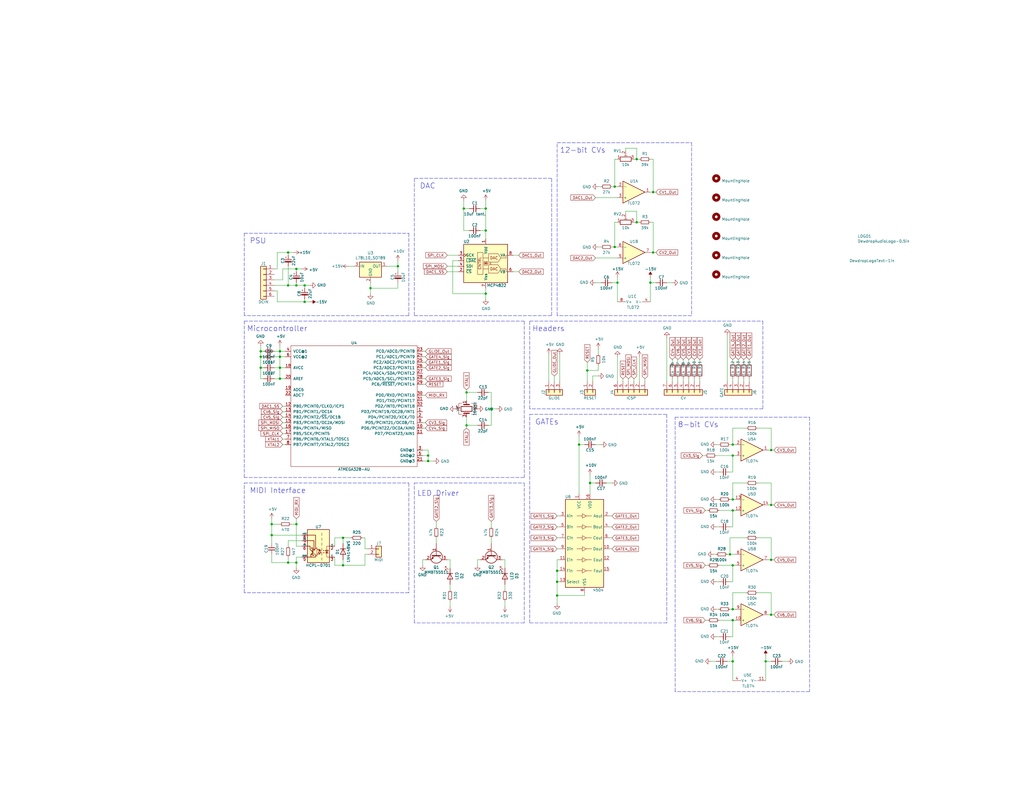
<source format=kicad_sch>
(kicad_sch (version 20211123) (generator eeschema)
  (paper "User" 473.888 368.325)
  (junction (at 356.87 208.28))
  (junction (at 120.65 165.1))
  (junction (at 198.12 210.82))
  (junction (at 133.35 116.84))
  (junction (at 339.09 236.22))
  (junction (at 137.16 132.08))
  (junction (at 198.12 213.36))
  (junction (at 214.63 96.52))
  (junction (at 129.54 162.56))
  (junction (at 140.97 139.7))
  (junction (at 302.26 116.84))
  (junction (at 294.64 73.66))
  (junction (at 267.97 205.74))
  (junction (at 224.79 106.68))
  (junction (at 158.75 261.62))
  (junction (at 339.09 205.74))
  (junction (at 300.99 130.81))
  (junction (at 120.65 162.56))
  (junction (at 125.73 247.65))
  (junction (at 284.48 114.3))
  (junction (at 129.54 170.18))
  (junction (at 339.09 287.02))
  (junction (at 171.45 133.35))
  (junction (at 184.15 123.19))
  (junction (at 257.81 269.24))
  (junction (at 339.09 306.07))
  (junction (at 337.82 256.54))
  (junction (at 129.54 165.1))
  (junction (at 224.79 135.89))
  (junction (at 285.75 130.81))
  (junction (at 294.64 102.87))
  (junction (at 137.16 124.46))
  (junction (at 339.09 261.62))
  (junction (at 227.33 189.23))
  (junction (at 356.87 259.08))
  (junction (at 215.9 196.85))
  (junction (at 257.81 264.16))
  (junction (at 224.79 96.52))
  (junction (at 137.16 242.57))
  (junction (at 273.05 223.52))
  (junction (at 284.48 86.36))
  (junction (at 339.09 231.14))
  (junction (at 354.33 306.07))
  (junction (at 120.65 170.18))
  (junction (at 129.54 175.26))
  (junction (at 133.35 132.08))
  (junction (at 356.87 233.68))
  (junction (at 339.09 281.94))
  (junction (at 137.16 260.35))
  (junction (at 302.26 88.9))
  (junction (at 215.9 181.61))
  (junction (at 356.87 284.48))
  (junction (at 133.35 260.35))
  (junction (at 271.78 171.45))
  (junction (at 339.09 210.82))
  (junction (at 257.81 275.59))
  (junction (at 158.75 248.92))
  (junction (at 125.73 242.57))
  (junction (at 140.97 132.08))
  (wire (pts (xy 267.97 205.74) (xy 267.97 228.6)))
  (wire (pts (xy 120.65 160.02) (xy 120.65 162.56)))
  (wire (pts (xy 137.16 124.46) (xy 137.16 125.73)))
  (polyline (pts (xy 308.61 288.29) (xy 245.11 288.29)))
  (wire (pts (xy 128.27 139.7) (xy 140.97 139.7)))
  (wire (pts (xy 332.74 287.02) (xy 339.09 287.02)))
  (wire (pts (xy 137.16 262.89) (xy 137.16 260.35)))
  (wire (pts (xy 331.47 205.74) (xy 332.74 205.74)))
  (wire (pts (xy 132.08 193.04) (xy 130.81 193.04)))
  (wire (pts (xy 140.97 138.43) (xy 140.97 139.7)))
  (wire (pts (xy 293.37 73.66) (xy 294.64 73.66)))
  (wire (pts (xy 130.81 129.54) (xy 130.81 124.46)))
  (wire (pts (xy 356.87 284.48) (xy 356.87 274.32)))
  (wire (pts (xy 139.7 257.81) (xy 137.16 257.81)))
  (wire (pts (xy 337.82 231.14) (xy 339.09 231.14)))
  (wire (pts (xy 127 170.18) (xy 129.54 170.18)))
  (wire (pts (xy 350.52 198.12) (xy 356.87 198.12)))
  (wire (pts (xy 168.91 254) (xy 168.91 248.92)))
  (wire (pts (xy 321.31 175.26) (xy 321.31 176.53)))
  (wire (pts (xy 294.64 102.87) (xy 295.91 102.87)))
  (wire (pts (xy 129.54 165.1) (xy 132.08 165.1)))
  (wire (pts (xy 294.64 68.58) (xy 289.56 68.58)))
  (polyline (pts (xy 257.81 66.04) (xy 320.04 66.04)))
  (wire (pts (xy 129.54 162.56) (xy 132.08 162.56)))
  (wire (pts (xy 184.15 125.73) (xy 184.15 123.19)))
  (wire (pts (xy 283.21 86.36) (xy 284.48 86.36)))
  (wire (pts (xy 281.94 248.92) (xy 283.21 248.92)))
  (wire (pts (xy 270.51 274.32) (xy 270.51 275.59)))
  (polyline (pts (xy 113.03 223.52) (xy 189.23 223.52)))
  (polyline (pts (xy 191.77 146.05) (xy 255.27 146.05)))
  (wire (pts (xy 275.59 205.74) (xy 278.13 205.74)))
  (wire (pts (xy 198.12 210.82) (xy 195.58 210.82)))
  (wire (pts (xy 356.87 284.48) (xy 358.14 284.48)))
  (wire (pts (xy 240.03 118.11) (xy 237.49 118.11)))
  (wire (pts (xy 311.15 175.26) (xy 311.15 176.53)))
  (wire (pts (xy 302.26 116.84) (xy 300.99 116.84)))
  (wire (pts (xy 133.35 250.19) (xy 139.7 250.19)))
  (wire (pts (xy 154.94 261.62) (xy 154.94 257.81)))
  (wire (pts (xy 257.81 238.76) (xy 259.08 238.76)))
  (polyline (pts (xy 353.06 148.59) (xy 353.06 189.23)))
  (wire (pts (xy 339.09 287.02) (xy 340.36 287.02)))
  (wire (pts (xy 289.56 68.58) (xy 289.56 69.85)))
  (wire (pts (xy 336.55 306.07) (xy 339.09 306.07)))
  (wire (pts (xy 270.51 205.74) (xy 267.97 205.74)))
  (wire (pts (xy 274.32 173.99) (xy 276.86 173.99)))
  (wire (pts (xy 331.47 294.64) (xy 332.74 294.64)))
  (wire (pts (xy 134.62 242.57) (xy 137.16 242.57)))
  (wire (pts (xy 323.85 175.26) (xy 323.85 176.53)))
  (wire (pts (xy 224.79 106.68) (xy 224.79 110.49)))
  (wire (pts (xy 356.87 208.28) (xy 356.87 198.12)))
  (wire (pts (xy 339.09 269.24) (xy 339.09 261.62)))
  (wire (pts (xy 129.54 165.1) (xy 129.54 170.18)))
  (wire (pts (xy 207.01 125.73) (xy 212.09 125.73)))
  (wire (pts (xy 168.91 248.92) (xy 167.64 248.92)))
  (wire (pts (xy 233.68 278.13) (xy 233.68 280.67)))
  (wire (pts (xy 240.03 125.73) (xy 237.49 125.73)))
  (polyline (pts (xy 312.42 320.04) (xy 312.42 193.04)))
  (wire (pts (xy 137.16 132.08) (xy 140.97 132.08)))
  (wire (pts (xy 127 124.46) (xy 128.27 124.46)))
  (wire (pts (xy 318.77 175.26) (xy 318.77 176.53)))
  (wire (pts (xy 220.98 259.08) (xy 222.25 259.08)))
  (wire (pts (xy 201.93 248.92) (xy 201.93 251.46)))
  (wire (pts (xy 257.81 275.59) (xy 257.81 269.24)))
  (wire (pts (xy 337.82 218.44) (xy 339.09 218.44)))
  (wire (pts (xy 132.08 195.58) (xy 130.81 195.58)))
  (wire (pts (xy 274.32 173.99) (xy 274.32 176.53)))
  (wire (pts (xy 340.36 281.94) (xy 339.09 281.94)))
  (wire (pts (xy 318.77 166.37) (xy 318.77 167.64)))
  (wire (pts (xy 356.87 259.08) (xy 358.14 259.08)))
  (wire (pts (xy 214.63 96.52) (xy 217.17 96.52)))
  (wire (pts (xy 125.73 242.57) (xy 125.73 247.65)))
  (wire (pts (xy 127 162.56) (xy 129.54 162.56)))
  (wire (pts (xy 331.47 281.94) (xy 332.74 281.94)))
  (polyline (pts (xy 242.57 148.59) (xy 242.57 220.98)))
  (wire (pts (xy 254 163.83) (xy 254 176.53)))
  (wire (pts (xy 220.98 259.08) (xy 220.98 261.62)))
  (wire (pts (xy 227.33 181.61) (xy 227.33 189.23)))
  (wire (pts (xy 195.58 177.8) (xy 196.85 177.8)))
  (wire (pts (xy 257.81 243.84) (xy 259.08 243.84)))
  (wire (pts (xy 331.47 231.14) (xy 332.74 231.14)))
  (wire (pts (xy 209.55 135.89) (xy 209.55 120.65)))
  (polyline (pts (xy 113.03 107.95) (xy 189.23 107.95)))
  (wire (pts (xy 168.91 256.54) (xy 170.18 256.54)))
  (polyline (pts (xy 255.27 146.05) (xy 255.27 82.55)))
  (wire (pts (xy 271.78 171.45) (xy 271.78 167.64)))
  (wire (pts (xy 355.6 208.28) (xy 356.87 208.28)))
  (wire (pts (xy 332.74 236.22) (xy 339.09 236.22)))
  (wire (pts (xy 130.81 124.46) (xy 137.16 124.46)))
  (wire (pts (xy 214.63 96.52) (xy 214.63 106.68)))
  (wire (pts (xy 332.74 261.62) (xy 339.09 261.62)))
  (wire (pts (xy 133.35 116.84) (xy 135.89 116.84)))
  (wire (pts (xy 133.35 257.81) (xy 133.35 260.35)))
  (wire (pts (xy 356.87 284.48) (xy 355.6 284.48)))
  (wire (pts (xy 356.87 233.68) (xy 358.14 233.68)))
  (wire (pts (xy 288.29 175.26) (xy 288.29 176.53)))
  (wire (pts (xy 344.17 175.26) (xy 344.17 176.53)))
  (polyline (pts (xy 189.23 274.32) (xy 113.03 274.32)))
  (wire (pts (xy 224.79 135.89) (xy 224.79 133.35)))
  (polyline (pts (xy 242.57 288.29) (xy 191.77 288.29)))
  (wire (pts (xy 120.65 162.56) (xy 121.92 162.56)))
  (wire (pts (xy 290.83 175.26) (xy 290.83 176.53)))
  (wire (pts (xy 137.16 130.81) (xy 137.16 132.08)))
  (polyline (pts (xy 245.11 288.29) (xy 245.11 191.77)))
  (wire (pts (xy 215.9 181.61) (xy 220.98 181.61)))
  (wire (pts (xy 308.61 156.21) (xy 308.61 176.53)))
  (wire (pts (xy 281.94 238.76) (xy 283.21 238.76)))
  (wire (pts (xy 331.47 306.07) (xy 328.93 306.07)))
  (polyline (pts (xy 189.23 107.95) (xy 189.23 146.05)))
  (wire (pts (xy 184.15 123.19) (xy 179.07 123.19)))
  (wire (pts (xy 336.55 256.54) (xy 337.82 256.54)))
  (wire (pts (xy 293.37 175.26) (xy 293.37 176.53)))
  (wire (pts (xy 331.47 269.24) (xy 332.74 269.24)))
  (polyline (pts (xy 189.23 146.05) (xy 113.03 146.05)))
  (wire (pts (xy 132.08 203.2) (xy 130.81 203.2)))
  (wire (pts (xy 273.05 219.71) (xy 273.05 223.52)))
  (wire (pts (xy 340.36 231.14) (xy 339.09 231.14)))
  (wire (pts (xy 158.75 259.08) (xy 158.75 261.62)))
  (wire (pts (xy 257.81 275.59) (xy 257.81 279.4)))
  (wire (pts (xy 257.81 269.24) (xy 257.81 264.16)))
  (wire (pts (xy 195.58 198.12) (xy 196.85 198.12)))
  (wire (pts (xy 323.85 166.37) (xy 323.85 167.64)))
  (wire (pts (xy 285.75 102.87) (xy 284.48 102.87)))
  (wire (pts (xy 168.91 261.62) (xy 168.91 256.54)))
  (wire (pts (xy 340.36 256.54) (xy 337.82 256.54)))
  (wire (pts (xy 214.63 106.68) (xy 217.17 106.68)))
  (wire (pts (xy 339.09 306.07) (xy 339.09 314.96)))
  (wire (pts (xy 346.71 166.37) (xy 346.71 167.64)))
  (wire (pts (xy 280.67 223.52) (xy 283.21 223.52)))
  (wire (pts (xy 354.33 303.53) (xy 354.33 306.07)))
  (wire (pts (xy 127 129.54) (xy 130.81 129.54)))
  (wire (pts (xy 337.82 205.74) (xy 339.09 205.74)))
  (wire (pts (xy 273.05 223.52) (xy 273.05 228.6)))
  (wire (pts (xy 198.12 213.36) (xy 198.12 210.82)))
  (polyline (pts (xy 191.77 288.29) (xy 191.77 223.52)))
  (wire (pts (xy 158.75 248.92) (xy 162.56 248.92)))
  (wire (pts (xy 364.49 306.07) (xy 361.95 306.07)))
  (wire (pts (xy 300.99 130.81) (xy 300.99 139.7)))
  (wire (pts (xy 350.52 274.32) (xy 356.87 274.32)))
  (wire (pts (xy 356.87 233.68) (xy 356.87 223.52)))
  (polyline (pts (xy 245.11 189.23) (xy 245.11 148.59)))
  (wire (pts (xy 132.08 198.12) (xy 130.81 198.12)))
  (polyline (pts (xy 189.23 223.52) (xy 189.23 274.32)))
  (wire (pts (xy 302.26 102.87) (xy 302.26 116.84)))
  (wire (pts (xy 339.09 231.14) (xy 339.09 223.52)))
  (wire (pts (xy 120.65 165.1) (xy 120.65 170.18)))
  (wire (pts (xy 132.08 205.74) (xy 130.81 205.74)))
  (wire (pts (xy 215.9 193.04) (xy 215.9 196.85)))
  (wire (pts (xy 303.53 116.84) (xy 302.26 116.84)))
  (wire (pts (xy 132.08 200.66) (xy 130.81 200.66)))
  (wire (pts (xy 337.82 294.64) (xy 339.09 294.64)))
  (wire (pts (xy 195.58 213.36) (xy 198.12 213.36)))
  (wire (pts (xy 275.59 91.44) (xy 285.75 91.44)))
  (wire (pts (xy 120.65 165.1) (xy 121.92 165.1)))
  (wire (pts (xy 120.65 162.56) (xy 120.65 165.1)))
  (wire (pts (xy 300.99 102.87) (xy 302.26 102.87)))
  (wire (pts (xy 215.9 181.61) (xy 215.9 180.34)))
  (wire (pts (xy 127 134.62) (xy 128.27 134.62)))
  (wire (pts (xy 339.09 175.26) (xy 339.09 176.53)))
  (wire (pts (xy 140.97 132.08) (xy 140.97 133.35)))
  (wire (pts (xy 127 175.26) (xy 129.54 175.26)))
  (wire (pts (xy 208.28 278.13) (xy 208.28 280.67)))
  (wire (pts (xy 201.93 241.3) (xy 201.93 243.84)))
  (wire (pts (xy 339.09 243.84) (xy 337.82 243.84)))
  (wire (pts (xy 184.15 120.65) (xy 184.15 123.19)))
  (wire (pts (xy 125.73 247.65) (xy 139.7 247.65)))
  (wire (pts (xy 257.81 254) (xy 259.08 254)))
  (wire (pts (xy 207.01 118.11) (xy 212.09 118.11)))
  (wire (pts (xy 227.33 196.85) (xy 226.06 196.85)))
  (polyline (pts (xy 242.57 223.52) (xy 242.57 288.29)))
  (wire (pts (xy 132.08 190.5) (xy 130.81 190.5)))
  (wire (pts (xy 137.16 252.73) (xy 139.7 252.73)))
  (wire (pts (xy 224.79 135.89) (xy 209.55 135.89)))
  (wire (pts (xy 346.71 175.26) (xy 346.71 176.53)))
  (wire (pts (xy 227.33 248.92) (xy 227.33 251.46)))
  (wire (pts (xy 293.37 102.87) (xy 294.64 102.87)))
  (wire (pts (xy 161.29 123.19) (xy 163.83 123.19)))
  (wire (pts (xy 125.73 247.65) (xy 125.73 251.46)))
  (wire (pts (xy 281.94 243.84) (xy 283.21 243.84)))
  (wire (pts (xy 336.55 154.94) (xy 336.55 176.53)))
  (polyline (pts (xy 191.77 82.55) (xy 191.77 146.05)))
  (wire (pts (xy 195.58 165.1) (xy 196.85 165.1)))
  (wire (pts (xy 294.64 73.66) (xy 295.91 73.66)))
  (wire (pts (xy 313.69 166.37) (xy 313.69 167.64)))
  (wire (pts (xy 129.54 162.56) (xy 129.54 165.1)))
  (wire (pts (xy 337.82 281.94) (xy 339.09 281.94)))
  (wire (pts (xy 129.54 170.18) (xy 132.08 170.18)))
  (wire (pts (xy 316.23 175.26) (xy 316.23 176.53)))
  (wire (pts (xy 281.94 254) (xy 283.21 254)))
  (wire (pts (xy 294.64 102.87) (xy 294.64 97.79)))
  (wire (pts (xy 271.78 176.53) (xy 271.78 171.45)))
  (wire (pts (xy 257.81 269.24) (xy 259.08 269.24)))
  (wire (pts (xy 337.82 256.54) (xy 337.82 248.92)))
  (wire (pts (xy 184.15 133.35) (xy 184.15 130.81)))
  (wire (pts (xy 259.08 163.83) (xy 259.08 176.53)))
  (wire (pts (xy 339.09 261.62) (xy 340.36 261.62)))
  (polyline (pts (xy 374.65 320.04) (xy 312.42 320.04)))
  (wire (pts (xy 257.81 264.16) (xy 257.81 259.08)))
  (wire (pts (xy 128.27 124.46) (xy 128.27 116.84)))
  (wire (pts (xy 356.87 259.08) (xy 356.87 248.92)))
  (wire (pts (xy 294.64 73.66) (xy 294.64 68.58)))
  (wire (pts (xy 195.58 162.56) (xy 196.85 162.56)))
  (wire (pts (xy 215.9 196.85) (xy 220.98 196.85)))
  (wire (pts (xy 284.48 73.66) (xy 284.48 86.36)))
  (polyline (pts (xy 257.81 146.05) (xy 257.81 66.04)))
  (wire (pts (xy 224.79 96.52) (xy 224.79 106.68)))
  (wire (pts (xy 227.33 189.23) (xy 229.87 189.23)))
  (wire (pts (xy 195.58 195.58) (xy 196.85 195.58)))
  (wire (pts (xy 171.45 135.89) (xy 171.45 133.35)))
  (wire (pts (xy 344.17 166.37) (xy 344.17 167.64)))
  (wire (pts (xy 339.09 281.94) (xy 339.09 274.32)))
  (wire (pts (xy 341.63 175.26) (xy 341.63 176.53)))
  (wire (pts (xy 325.12 210.82) (xy 326.39 210.82)))
  (wire (pts (xy 339.09 166.37) (xy 339.09 167.64)))
  (wire (pts (xy 120.65 175.26) (xy 121.92 175.26)))
  (wire (pts (xy 198.12 208.28) (xy 195.58 208.28)))
  (wire (pts (xy 133.35 260.35) (xy 137.16 260.35)))
  (wire (pts (xy 200.66 213.36) (xy 198.12 213.36)))
  (polyline (pts (xy 245.11 191.77) (xy 308.61 191.77)))
  (wire (pts (xy 311.15 130.81) (xy 308.61 130.81)))
  (wire (pts (xy 233.68 270.51) (xy 233.68 273.05)))
  (wire (pts (xy 158.75 261.62) (xy 168.91 261.62)))
  (wire (pts (xy 158.75 261.62) (xy 154.94 261.62)))
  (wire (pts (xy 195.58 259.08) (xy 195.58 261.62)))
  (wire (pts (xy 133.35 132.08) (xy 137.16 132.08)))
  (wire (pts (xy 128.27 116.84) (xy 133.35 116.84)))
  (wire (pts (xy 285.75 130.81) (xy 285.75 139.7)))
  (wire (pts (xy 129.54 170.18) (xy 129.54 175.26)))
  (wire (pts (xy 133.35 250.19) (xy 133.35 252.73)))
  (wire (pts (xy 120.65 170.18) (xy 120.65 175.26)))
  (wire (pts (xy 195.58 182.88) (xy 196.85 182.88)))
  (wire (pts (xy 158.75 248.92) (xy 158.75 251.46)))
  (wire (pts (xy 339.09 223.52) (xy 345.44 223.52)))
  (wire (pts (xy 259.08 264.16) (xy 257.81 264.16)))
  (wire (pts (xy 331.47 243.84) (xy 332.74 243.84)))
  (polyline (pts (xy 320.04 66.04) (xy 320.04 146.05)))
  (polyline (pts (xy 113.03 146.05) (xy 113.03 107.95)))
  (wire (pts (xy 170.18 254) (xy 168.91 254)))
  (wire (pts (xy 256.54 176.53) (xy 256.54 173.99)))
  (polyline (pts (xy 320.04 146.05) (xy 257.81 146.05)))
  (wire (pts (xy 340.36 205.74) (xy 339.09 205.74)))
  (wire (pts (xy 125.73 242.57) (xy 129.54 242.57)))
  (wire (pts (xy 298.45 175.26) (xy 298.45 176.53)))
  (wire (pts (xy 356.87 306.07) (xy 354.33 306.07)))
  (wire (pts (xy 125.73 256.54) (xy 125.73 260.35)))
  (wire (pts (xy 276.86 163.83) (xy 276.86 161.29)))
  (wire (pts (xy 326.39 236.22) (xy 327.66 236.22)))
  (wire (pts (xy 270.51 275.59) (xy 257.81 275.59)))
  (wire (pts (xy 326.39 261.62) (xy 327.66 261.62)))
  (wire (pts (xy 303.53 88.9) (xy 302.26 88.9)))
  (wire (pts (xy 284.48 114.3) (xy 285.75 114.3)))
  (wire (pts (xy 337.82 248.92) (xy 345.44 248.92)))
  (wire (pts (xy 339.09 294.64) (xy 339.09 287.02)))
  (wire (pts (xy 356.87 259.08) (xy 355.6 259.08)))
  (wire (pts (xy 285.75 73.66) (xy 284.48 73.66)))
  (wire (pts (xy 195.58 175.26) (xy 196.85 175.26)))
  (polyline (pts (xy 255.27 82.55) (xy 191.77 82.55)))
  (wire (pts (xy 294.64 97.79) (xy 289.56 97.79)))
  (wire (pts (xy 120.65 170.18) (xy 121.92 170.18)))
  (wire (pts (xy 227.33 241.3) (xy 227.33 243.84)))
  (wire (pts (xy 321.31 166.37) (xy 321.31 167.64)))
  (wire (pts (xy 339.09 210.82) (xy 340.36 210.82)))
  (wire (pts (xy 331.47 210.82) (xy 339.09 210.82)))
  (wire (pts (xy 339.09 198.12) (xy 345.44 198.12)))
  (polyline (pts (xy 312.42 193.04) (xy 374.65 193.04)))
  (wire (pts (xy 233.68 259.08) (xy 233.68 262.89)))
  (wire (pts (xy 257.81 248.92) (xy 259.08 248.92)))
  (wire (pts (xy 207.01 123.19) (xy 212.09 123.19)))
  (wire (pts (xy 339.09 236.22) (xy 340.36 236.22)))
  (wire (pts (xy 140.97 139.7) (xy 143.51 139.7)))
  (wire (pts (xy 316.23 166.37) (xy 316.23 167.64)))
  (wire (pts (xy 128.27 134.62) (xy 128.27 139.7)))
  (wire (pts (xy 133.35 123.19) (xy 133.35 132.08)))
  (wire (pts (xy 215.9 181.61) (xy 215.9 185.42)))
  (wire (pts (xy 285.75 128.27) (xy 285.75 130.81)))
  (wire (pts (xy 209.55 120.65) (xy 212.09 120.65)))
  (wire (pts (xy 224.79 138.43) (xy 224.79 135.89)))
  (wire (pts (xy 354.33 306.07) (xy 354.33 314.96)))
  (wire (pts (xy 302.26 73.66) (xy 302.26 88.9)))
  (wire (pts (xy 330.2 256.54) (xy 331.47 256.54)))
  (wire (pts (xy 137.16 124.46) (xy 139.7 124.46)))
  (wire (pts (xy 171.45 133.35) (xy 171.45 130.81)))
  (wire (pts (xy 285.75 130.81) (xy 283.21 130.81)))
  (wire (pts (xy 132.08 187.96) (xy 130.81 187.96)))
  (wire (pts (xy 208.28 259.08) (xy 207.01 259.08)))
  (wire (pts (xy 278.13 86.36) (xy 276.86 86.36)))
  (wire (pts (xy 295.91 165.1) (xy 295.91 176.53)))
  (wire (pts (xy 276.86 171.45) (xy 276.86 168.91)))
  (wire (pts (xy 215.9 196.85) (xy 215.9 198.12)))
  (wire (pts (xy 208.28 270.51) (xy 208.28 273.05)))
  (polyline (pts (xy 353.06 189.23) (xy 245.11 189.23)))
  (wire (pts (xy 137.16 240.03) (xy 137.16 242.57)))
  (wire (pts (xy 313.69 175.26) (xy 313.69 176.53)))
  (wire (pts (xy 208.28 259.08) (xy 208.28 262.89)))
  (wire (pts (xy 358.14 208.28) (xy 356.87 208.28)))
  (wire (pts (xy 214.63 92.71) (xy 214.63 96.52)))
  (polyline (pts (xy 191.77 223.52) (xy 242.57 223.52)))
  (polyline (pts (xy 308.61 191.77) (xy 308.61 288.29)))
  (wire (pts (xy 195.58 170.18) (xy 196.85 170.18)))
  (wire (pts (xy 300.99 130.81) (xy 303.53 130.81)))
  (wire (pts (xy 271.78 171.45) (xy 276.86 171.45)))
  (wire (pts (xy 227.33 189.23) (xy 227.33 196.85)))
  (wire (pts (xy 224.79 92.71) (xy 224.79 96.52)))
  (wire (pts (xy 171.45 133.35) (xy 184.15 133.35)))
  (wire (pts (xy 284.48 102.87) (xy 284.48 114.3)))
  (wire (pts (xy 339.09 274.32) (xy 345.44 274.32)))
  (wire (pts (xy 233.68 259.08) (xy 232.41 259.08)))
  (wire (pts (xy 302.26 88.9) (xy 300.99 88.9)))
  (wire (pts (xy 278.13 130.81) (xy 275.59 130.81)))
  (wire (pts (xy 339.09 205.74) (xy 339.09 198.12)))
  (wire (pts (xy 154.94 252.73) (xy 154.94 248.92)))
  (wire (pts (xy 350.52 248.92) (xy 356.87 248.92)))
  (wire (pts (xy 289.56 97.79) (xy 289.56 99.06)))
  (wire (pts (xy 140.97 132.08) (xy 143.51 132.08)))
  (wire (pts (xy 154.94 248.92) (xy 158.75 248.92)))
  (wire (pts (xy 337.82 269.24) (xy 339.09 269.24)))
  (wire (pts (xy 195.58 167.64) (xy 196.85 167.64)))
  (wire (pts (xy 339.09 243.84) (xy 339.09 236.22)))
  (wire (pts (xy 137.16 242.57) (xy 137.16 252.73)))
  (wire (pts (xy 125.73 240.03) (xy 125.73 242.57)))
  (wire (pts (xy 133.35 116.84) (xy 133.35 118.11)))
  (wire (pts (xy 311.15 166.37) (xy 311.15 167.64)))
  (wire (pts (xy 222.25 96.52) (xy 224.79 96.52)))
  (wire (pts (xy 341.63 166.37) (xy 341.63 167.64)))
  (wire (pts (xy 222.25 106.68) (xy 224.79 106.68)))
  (wire (pts (xy 195.58 259.08) (xy 196.85 259.08)))
  (wire (pts (xy 331.47 218.44) (xy 332.74 218.44)))
  (wire (pts (xy 284.48 86.36) (xy 285.75 86.36)))
  (wire (pts (xy 300.99 73.66) (xy 302.26 73.66)))
  (wire (pts (xy 350.52 223.52) (xy 356.87 223.52)))
  (wire (pts (xy 129.54 162.56) (xy 129.54 160.02)))
  (wire (pts (xy 137.16 257.81) (xy 137.16 260.35)))
  (wire (pts (xy 356.87 233.68) (xy 355.6 233.68)))
  (wire (pts (xy 339.09 218.44) (xy 339.09 210.82)))
  (wire (pts (xy 283.21 114.3) (xy 284.48 114.3)))
  (wire (pts (xy 275.59 119.38) (xy 285.75 119.38)))
  (polyline (pts (xy 113.03 220.98) (xy 113.03 148.59)))
  (wire (pts (xy 226.06 181.61) (xy 227.33 181.61)))
  (wire (pts (xy 285.75 176.53) (xy 285.75 165.1)))
  (wire (pts (xy 275.59 223.52) (xy 273.05 223.52)))
  (wire (pts (xy 257.81 259.08) (xy 259.08 259.08)))
  (polyline (pts (xy 113.03 148.59) (xy 242.57 148.59)))
  (wire (pts (xy 127 132.08) (xy 133.35 132.08)))
  (polyline (pts (xy 245.11 148.59) (xy 353.06 148.59)))
  (polyline (pts (xy 242.57 220.98) (xy 113.03 220.98)))
  (wire (pts (xy 129.54 175.26) (xy 132.08 175.26)))
  (wire (pts (xy 300.99 128.27) (xy 300.99 130.81)))
  (wire (pts (xy 198.12 210.82) (xy 198.12 208.28)))
  (wire (pts (xy 339.09 303.53) (xy 339.09 306.07)))
  (wire (pts (xy 326.39 287.02) (xy 327.66 287.02)))
  (polyline (pts (xy 113.03 274.32) (xy 113.03 223.52)))
  (wire (pts (xy 127 165.1) (xy 129.54 165.1)))
  (polyline (pts (xy 374.65 193.04) (xy 374.65 320.04)))
  (wire (pts (xy 267.97 201.93) (xy 267.97 205.74)))
  (wire (pts (xy 125.73 260.35) (xy 133.35 260.35)))
  (wire (pts (xy 276.86 114.3) (xy 278.13 114.3)))
  (text "Headers" (at 246.38 153.67 0) (effects (font (size 2.4638 2.4638)) (justify left bottom)))
  (text "8-bit CVs" (at 313.69 198.12 0) (effects (font (size 2.4638 2.4638)) (justify left bottom)))
  (text "Microcontroller" (at 114.3 153.67 0) (effects (font (size 2.4638 2.4638)) (justify left bottom)))
  (text "GATEs" (at 247.65 196.85 0) (effects (font (size 2.4638 2.4638)) (justify left bottom)))
  (text "DAC" (at 194.31 87.63 0) (effects (font (size 2.4638 2.4638)) (justify left bottom)))
  (text "LED Driver" (at 193.04 229.87 0) (effects (font (size 2.4638 2.4638)) (justify left bottom)))
  (text "12-bit CVs" (at 259.08 71.12 0) (effects (font (size 2.4638 2.4638)) (justify left bottom)))
  (text "MIDI Interface" (at 115.57 228.6 0) (effects (font (size 2.4638 2.4638)) (justify left bottom)))
  (text "PSU" (at 115.57 113.03 0) (effects (font (size 2.4638 2.4638)) (justify left bottom)))
  (global_label "DAC1_SS" (shape input) (at 207.01 125.73 180) (property "Intersheet References" "${INTERSHEET_REFS}" (effects hide)))
  (global_label "CV4_Out" (shape input) (at 358.14 233.68 0) (property "Intersheet References" "${INTERSHEET_REFS}" (effects hide)))
  (global_label "MIDI_RX" (shape input) (at 137.16 240.03 90) (property "Intersheet References" "${INTERSHEET_REFS}" (effects hide)))
  (global_label "CV1_Out" (shape input) (at 323.85 166.37 90) (property "Intersheet References" "${INTERSHEET_REFS}" (effects hide)))
  (global_label "GATE4_Out" (shape input) (at 339.09 166.37 90) (property "Intersheet References" "${INTERSHEET_REFS}" (effects hide)))
  (global_label "GATE2_Sig" (shape input) (at 257.81 243.84 180) (property "Intersheet References" "${INTERSHEET_REFS}" (effects hide)))
  (global_label "GATE1_Sig" (shape input) (at 196.85 167.64 0) (property "Intersheet References" "${INTERSHEET_REFS}" (effects hide)))
  (global_label "CV5_Out" (shape input) (at 316.23 166.37 90) (property "Intersheet References" "${INTERSHEET_REFS}" (effects hide)))
  (global_label "CV2_Out" (shape input) (at 303.53 116.84 0) (property "Intersheet References" "${INTERSHEET_REFS}" (effects hide)))
  (global_label "CV3_Out" (shape input) (at 358.14 208.28 0) (property "Intersheet References" "${INTERSHEET_REFS}" (effects hide)))
  (global_label "CV2_Out" (shape input) (at 321.31 166.37 90) (property "Intersheet References" "${INTERSHEET_REFS}" (effects hide)))
  (global_label "CV1_Out" (shape input) (at 303.53 88.9 0) (property "Intersheet References" "${INTERSHEET_REFS}" (effects hide)))
  (global_label "GATE2_Sig" (shape input) (at 201.93 241.3 90) (property "Intersheet References" "${INTERSHEET_REFS}" (effects hide)))
  (global_label "CV6_Sig" (shape input) (at 130.81 190.5 180) (property "Intersheet References" "${INTERSHEET_REFS}" (effects hide)))
  (global_label "GATE2_Out" (shape input) (at 283.21 243.84 0) (property "Intersheet References" "${INTERSHEET_REFS}" (effects hide)))
  (global_label "SPI_CLK" (shape input) (at 293.37 175.26 90) (property "Intersheet References" "${INTERSHEET_REFS}" (effects hide)))
  (global_label "CV5_Sig" (shape input) (at 326.39 261.62 180) (property "Intersheet References" "${INTERSHEET_REFS}" (effects hide)))
  (global_label "GATE3_Sig" (shape input) (at 227.33 241.3 90) (property "Intersheet References" "${INTERSHEET_REFS}" (effects hide)))
  (global_label "CV5_Out" (shape input) (at 358.14 259.08 0) (property "Intersheet References" "${INTERSHEET_REFS}" (effects hide)))
  (global_label "SPI_MOSI" (shape input) (at 207.01 123.19 180) (property "Intersheet References" "${INTERSHEET_REFS}" (effects hide)))
  (global_label "SPI_CLK" (shape input) (at 130.81 200.66 180) (property "Intersheet References" "${INTERSHEET_REFS}" (effects hide)))
  (global_label "CV4_Out" (shape input) (at 311.15 166.37 90) (property "Intersheet References" "${INTERSHEET_REFS}" (effects hide)))
  (global_label "RESET" (shape input) (at 196.85 177.8 0) (property "Intersheet References" "${INTERSHEET_REFS}" (effects hide)))
  (global_label "DAC1_Out" (shape input) (at 240.03 118.11 0) (property "Intersheet References" "${INTERSHEET_REFS}" (effects hide)))
  (global_label "RESET" (shape input) (at 288.29 175.26 90) (property "Intersheet References" "${INTERSHEET_REFS}" (effects hide)))
  (global_label "GLIDE_Out" (shape input) (at 196.85 162.56 0) (property "Intersheet References" "${INTERSHEET_REFS}" (effects hide)))
  (global_label "XTAL2" (shape input) (at 215.9 198.12 270) (property "Intersheet References" "${INTERSHEET_REFS}" (effects hide)))
  (global_label "CV5_Sig" (shape input) (at 130.81 193.04 180) (property "Intersheet References" "${INTERSHEET_REFS}" (effects hide)))
  (global_label "GATE4_Out" (shape input) (at 283.21 254 0) (property "Intersheet References" "${INTERSHEET_REFS}" (effects hide)))
  (global_label "XTAL1" (shape input) (at 215.9 180.34 90) (property "Intersheet References" "${INTERSHEET_REFS}" (effects hide)))
  (global_label "GATE4_Sig" (shape input) (at 257.81 254 180) (property "Intersheet References" "${INTERSHEET_REFS}" (effects hide)))
  (global_label "SPI_MISO" (shape input) (at 130.81 198.12 180) (property "Intersheet References" "${INTERSHEET_REFS}" (effects hide)))
  (global_label "CV4_Sig" (shape input) (at 326.39 236.22 180) (property "Intersheet References" "${INTERSHEET_REFS}" (effects hide)))
  (global_label "GATE3_Out" (shape input) (at 341.63 166.37 90) (property "Intersheet References" "${INTERSHEET_REFS}" (effects hide)))
  (global_label "RESET" (shape input) (at 271.78 167.64 90) (property "Intersheet References" "${INTERSHEET_REFS}" (effects hide)))
  (global_label "CV3_Sig" (shape input) (at 196.85 195.58 0) (property "Intersheet References" "${INTERSHEET_REFS}" (effects hide)))
  (global_label "SPI_MOSI" (shape input) (at 290.83 175.26 90) (property "Intersheet References" "${INTERSHEET_REFS}" (effects hide)))
  (global_label "GATE2_Out" (shape input) (at 344.17 166.37 90) (property "Intersheet References" "${INTERSHEET_REFS}" (effects hide)))
  (global_label "GATE3_Out" (shape input) (at 283.21 248.92 0) (property "Intersheet References" "${INTERSHEET_REFS}" (effects hide)))
  (global_label "XTAL1" (shape input) (at 130.81 203.2 180) (property "Intersheet References" "${INTERSHEET_REFS}" (effects hide)))
  (global_label "DAC2_Out" (shape input) (at 240.03 125.73 0) (property "Intersheet References" "${INTERSHEET_REFS}" (effects hide)))
  (global_label "GLIDE_Out" (shape input) (at 256.54 173.99 90) (property "Intersheet References" "${INTERSHEET_REFS}" (effects hide)))
  (global_label "GATE3_Sig" (shape input) (at 257.81 248.92 180) (property "Intersheet References" "${INTERSHEET_REFS}" (effects hide)))
  (global_label "CV6_Out" (shape input) (at 358.14 284.48 0) (property "Intersheet References" "${INTERSHEET_REFS}" (effects hide)))
  (global_label "DAC1_SS" (shape input) (at 130.81 187.96 180) (property "Intersheet References" "${INTERSHEET_REFS}" (effects hide)))
  (global_label "DAC2_Out" (shape input) (at 275.59 119.38 180) (property "Intersheet References" "${INTERSHEET_REFS}" (effects hide)))
  (global_label "SPI_MISO" (shape input) (at 298.45 175.26 90) (property "Intersheet References" "${INTERSHEET_REFS}" (effects hide)))
  (global_label "CV3_Sig" (shape input) (at 325.12 210.82 180) (property "Intersheet References" "${INTERSHEET_REFS}" (effects hide)))
  (global_label "CV4_Sig" (shape input) (at 196.85 198.12 0) (property "Intersheet References" "${INTERSHEET_REFS}" (effects hide)))
  (global_label "GATE3_Sig" (shape input) (at 196.85 175.26 0) (property "Intersheet References" "${INTERSHEET_REFS}" (effects hide)))
  (global_label "GATE2_Sig" (shape input) (at 196.85 170.18 0) (property "Intersheet References" "${INTERSHEET_REFS}" (effects hide)))
  (global_label "CV6_Out" (shape input) (at 313.69 166.37 90) (property "Intersheet References" "${INTERSHEET_REFS}" (effects hide)))
  (global_label "CV3_Out" (shape input) (at 318.77 166.37 90) (property "Intersheet References" "${INTERSHEET_REFS}" (effects hide)))
  (global_label "GATE1_Sig" (shape input) (at 257.81 238.76 180) (property "Intersheet References" "${INTERSHEET_REFS}" (effects hide)))
  (global_label "XTAL2" (shape input) (at 130.81 205.74 180) (property "Intersheet References" "${INTERSHEET_REFS}" (effects hide)))
  (global_label "SPI_MOSI" (shape input) (at 130.81 195.58 180) (property "Intersheet References" "${INTERSHEET_REFS}" (effects hide)))
  (global_label "DAC1_Out" (shape input) (at 275.59 91.44 180) (property "Intersheet References" "${INTERSHEET_REFS}" (effects hide)))
  (global_label "GATE4_Sig" (shape input) (at 196.85 165.1 0) (property "Intersheet References" "${INTERSHEET_REFS}" (effects hide)))
  (global_label "GATE1_Out" (shape input) (at 346.71 166.37 90) (property "Intersheet References" "${INTERSHEET_REFS}" (effects hide)))
  (global_label "GATE1_Out" (shape input) (at 283.21 238.76 0) (property "Intersheet References" "${INTERSHEET_REFS}" (effects hide)))
  (global_label "CV6_Sig" (shape input) (at 326.39 287.02 180) (property "Intersheet References" "${INTERSHEET_REFS}" (effects hide)))
  (global_label "SPI_CLK" (shape input) (at 207.01 118.11 180) (property "Intersheet References" "${INTERSHEET_REFS}" (effects hide)))
  (global_label "MIDI_RX" (shape input) (at 196.85 182.88 0) (property "Intersheet References" "${INTERSHEET_REFS}" (effects hide)))
  (symbol (lib_id "Device:C_Small") (at 223.52 196.85 270) (unit 1)
    (property "Reference" "C14" (at 223.52 194.31 90))
    (property "Value" "22pF" (at 223.52 199.39 90))
    (property "Footprint" "Capacitor_SMD:C_0402_1005Metric" (effects hide))
  )
  (symbol (lib_id "Device:C_Small") (at 125.73 254 0) (unit 1)
    (property "Reference" "C19" (at 123.19 254 90))
    (property "Value" "100nF" (at 128.27 254 90))
    (property "Footprint" "Capacitor_SMD:C_0603_1608Metric" (effects hide))
  )
  (symbol (lib_id "Device:R_Small") (at 165.1 248.92 270) (unit 1)
    (property "Reference" "R25" (at 165.1 246.38 90))
    (property "Value" "220" (at 165.1 251.46 90))
    (property "Footprint" "Resistor_SMD:R_0402_1005Metric" (effects hide))
  )
  (symbol (lib_id "4xxx:4504") (at 270.51 251.46 0) (unit 1)
    (property "Reference" "U6" (at 262.89 229.87 0))
    (property "Value" "4504" (at 276.86 273.05 0))
    (property "Footprint" "Package_SO:SOIC-16_3.9x9.9mm_P1.27mm" (effects hide))
    (property "Datasheet" "http://www.ti.com/lit/ds/symlink/cd4504b.pdf" (effects hide))
  )
  (symbol (lib_id "Isolator:HCPL-0601") (at 147.32 252.73 0) (mirror y) (unit 1)
    (property "Reference" "U7" (at 147.32 243.84 0))
    (property "Value" "HCPL-0701" (at 147.32 261.62 0))
    (property "Footprint" "Package_SO:SOIC-8_3.9x4.9mm_P1.27mm" (effects hide))
    (property "Datasheet" "http://www.onsemi.com/pub/Collateral/HCPL2731-D.pdf" (effects hide))
  )
  (symbol (lib_id "Device:C_Small") (at 359.41 306.07 90) (unit 1)
    (property "Reference" "C23" (at 359.41 303.53 90))
    (property "Value" "100nF" (at 359.41 308.61 90))
    (property "Footprint" "Capacitor_SMD:C_0603_1608Metric" (effects hide))
  )
  (symbol (lib_id "Device:C_Small") (at 306.07 130.81 90) (unit 1)
    (property "Reference" "C7" (at 306.07 128.27 90))
    (property "Value" "100nF" (at 306.07 133.35 90))
    (property "Footprint" "Capacitor_SMD:C_0603_1608Metric" (effects hide))
  )
  (symbol (lib_id "Mechanical:MountingHole") (at 331.47 82.55 0) (unit 1)
    (property "Reference" "H1" (effects hide))
    (property "Value" "MountingHole" (at 334.01 83.693 0) (effects (justify left)))
    (property "Footprint" "MountingHole:MountingHole_3.2mm_M3_DIN965" (effects hide))
  )
  (symbol (lib_id "Mechanical:MountingHole") (at 331.47 91.44 0) (unit 1)
    (property "Reference" "H2" (effects hide))
    (property "Value" "MountingHole" (at 334.01 92.583 0) (effects (justify left)))
    (property "Footprint" "MountingHole:MountingHole_3.2mm_M3_DIN965" (effects hide))
  )
  (symbol (lib_id "Mechanical:MountingHole") (at 331.47 100.33 0) (unit 1)
    (property "Reference" "H3" (effects hide))
    (property "Value" "MountingHole" (at 334.01 101.473 0) (effects (justify left)))
    (property "Footprint" "MountingHole:MountingHole_3.2mm_M3_DIN965" (effects hide))
  )
  (symbol (lib_id "Mechanical:MountingHole") (at 331.47 109.22 0) (unit 1)
    (property "Reference" "H4" (effects hide))
    (property "Value" "MountingHole" (at 334.01 110.363 0) (effects (justify left)))
    (property "Footprint" "MountingHole:MountingHole_3.2mm_M3_DIN965" (effects hide))
  )
  (symbol (lib_id "Mechanical:MountingHole") (at 331.47 118.11 0) (unit 1)
    (property "Reference" "H5" (effects hide))
    (property "Value" "MountingHole" (at 334.01 119.253 0) (effects (justify left)))
    (property "Footprint" "MountingHole:MountingHole_3.2mm_M3_DIN965" (effects hide))
  )
  (symbol (lib_id "Mechanical:MountingHole") (at 331.47 127 0) (unit 1)
    (property "Reference" "H6" (effects hide))
    (property "Value" "MountingHole" (at 334.01 128.143 0) (effects (justify left)))
    (property "Footprint" "MountingHole:MountingHole_3.2mm_M3_DIN965" (effects hide))
  )
  (symbol (lib_id "power:+5V") (at 224.79 92.71 0) (unit 1)
    (property "Reference" "#PWR03" (effects hide))
    (property "Value" "+5V" (at 225.171 88.3158 0))
  )
  (symbol (lib_id "power:+5V") (at 139.7 124.46 270) (unit 1)
    (property "Reference" "#PWR08" (effects hide))
    (property "Value" "+5V" (at 142.9512 124.841 90) (effects (justify left)))
  )
  (symbol (lib_id "power:+5V") (at 254 163.83 0) (unit 1)
    (property "Reference" "#PWR022" (effects hide))
    (property "Value" "+5V" (at 254.381 159.4358 0))
  )
  (symbol (lib_id "power:+5V") (at 276.86 161.29 0) (unit 1)
    (property "Reference" "#PWR021" (effects hide))
    (property "Value" "+5V" (at 277.241 156.8958 0))
  )
  (symbol (lib_id "power:+5V") (at 295.91 165.1 0) (unit 1)
    (property "Reference" "#PWR025" (effects hide))
    (property "Value" "+5V" (at 296.291 160.7058 0))
  )
  (symbol (lib_id "power:+5V") (at 129.54 160.02 0) (unit 1)
    (property "Reference" "#PWR020" (effects hide))
    (property "Value" "+5V" (at 129.921 155.6258 0))
  )
  (symbol (lib_id "power:+5V") (at 125.73 240.03 0) (unit 1)
    (property "Reference" "#PWR038" (effects hide))
    (property "Value" "+5V" (at 126.111 235.6358 0))
  )
  (symbol (lib_id "power:GND") (at 220.98 189.23 90) (mirror x) (unit 1)
    (property "Reference" "#PWR028" (effects hide))
    (property "Value" "GND" (at 224.2312 189.357 90) (effects (justify right)))
  )
  (symbol (lib_id "power:GND") (at 210.82 189.23 270) (mirror x) (unit 1)
    (property "Reference" "#PWR027" (effects hide))
    (property "Value" "GND" (at 207.5688 189.103 90) (effects (justify right)))
  )
  (symbol (lib_id "power:+5V") (at 233.68 280.67 180) (unit 1)
    (property "Reference" "#PWR047" (effects hide))
    (property "Value" "+5V" (at 233.299 285.0642 0))
  )
  (symbol (lib_id "power:+5V") (at 208.28 280.67 180) (unit 1)
    (property "Reference" "#PWR046" (effects hide))
    (property "Value" "+5V" (at 207.899 285.0642 0))
  )
  (symbol (lib_id "power:+5V") (at 267.97 201.93 0) (unit 1)
    (property "Reference" "#PWR030" (effects hide))
    (property "Value" "+5V" (at 268.351 197.5358 0))
  )
  (symbol (lib_id "power:GND") (at 276.86 86.36 270) (unit 1)
    (property "Reference" "#PWR01" (effects hide))
    (property "Value" "GND" (at 273.6088 86.487 90) (effects (justify right)))
  )
  (symbol (lib_id "power:GND") (at 276.86 114.3 270) (unit 1)
    (property "Reference" "#PWR04" (effects hide))
    (property "Value" "GND" (at 273.6088 114.427 90) (effects (justify right)))
  )
  (symbol (lib_id "power:GND") (at 214.63 92.71 180) (unit 1)
    (property "Reference" "#PWR02" (effects hide))
    (property "Value" "GND" (at 214.503 88.3158 0))
  )
  (symbol (lib_id "power:GND") (at 224.79 138.43 0) (unit 1)
    (property "Reference" "#PWR015" (effects hide))
    (property "Value" "GND" (at 224.917 142.8242 0))
  )
  (symbol (lib_id "power:GND") (at 171.45 135.89 0) (unit 1)
    (property "Reference" "#PWR014" (effects hide))
    (property "Value" "GND" (at 171.577 140.2842 0))
  )
  (symbol (lib_id "power:GND") (at 143.51 132.08 90) (unit 1)
    (property "Reference" "#PWR013" (effects hide))
    (property "Value" "GND" (at 146.7612 131.953 90) (effects (justify right)))
  )
  (symbol (lib_id "power:GND") (at 120.65 160.02 180) (unit 1)
    (property "Reference" "#PWR019" (effects hide))
    (property "Value" "GND" (at 120.523 155.6258 0))
  )
  (symbol (lib_id "power:GND") (at 200.66 213.36 90) (mirror x) (unit 1)
    (property "Reference" "#PWR033" (effects hide))
    (property "Value" "GND" (at 203.9112 213.487 90) (effects (justify right)))
  )
  (symbol (lib_id "power:GND") (at 229.87 189.23 90) (mirror x) (unit 1)
    (property "Reference" "#PWR029" (effects hide))
    (property "Value" "GND" (at 233.1212 189.357 90) (effects (justify right)))
  )
  (symbol (lib_id "power:GND") (at 137.16 262.89 0) (mirror y) (unit 1)
    (property "Reference" "#PWR043" (effects hide))
    (property "Value" "GND" (at 137.033 267.2842 0))
  )
  (symbol (lib_id "power:GND") (at 195.58 261.62 0) (mirror y) (unit 1)
    (property "Reference" "#PWR041" (effects hide))
    (property "Value" "GND" (at 195.453 266.0142 0))
  )
  (symbol (lib_id "power:GND") (at 220.98 261.62 0) (mirror y) (unit 1)
    (property "Reference" "#PWR042" (effects hide))
    (property "Value" "GND" (at 220.853 266.0142 0))
  )
  (symbol (lib_id "power:GND") (at 257.81 279.4 0) (mirror y) (unit 1)
    (property "Reference" "#PWR045" (effects hide))
    (property "Value" "GND" (at 257.683 283.7942 0))
  )
  (symbol (lib_id "power:GND") (at 283.21 223.52 90) (mirror x) (unit 1)
    (property "Reference" "#PWR036" (effects hide))
    (property "Value" "GND" (at 286.4612 223.647 90) (effects (justify right)))
  )
  (symbol (lib_id "power:GND") (at 278.13 205.74 90) (mirror x) (unit 1)
    (property "Reference" "#PWR031" (effects hide))
    (property "Value" "GND" (at 281.3812 205.867 90) (effects (justify right)))
  )
  (symbol (lib_id "power:GND") (at 331.47 205.74 270) (mirror x) (unit 1)
    (property "Reference" "#PWR032" (effects hide))
    (property "Value" "GND" (at 328.2188 205.613 90) (effects (justify right)))
  )
  (symbol (lib_id "power:GND") (at 331.47 218.44 270) (mirror x) (unit 1)
    (property "Reference" "#PWR034" (effects hide))
    (property "Value" "GND" (at 328.2188 218.313 90) (effects (justify right)))
  )
  (symbol (lib_id "power:GND") (at 331.47 231.14 270) (mirror x) (unit 1)
    (property "Reference" "#PWR037" (effects hide))
    (property "Value" "GND" (at 328.2188 231.013 90) (effects (justify right)))
  )
  (symbol (lib_id "power:GND") (at 331.47 243.84 270) (mirror x) (unit 1)
    (property "Reference" "#PWR039" (effects hide))
    (property "Value" "GND" (at 328.2188 243.713 90) (effects (justify right)))
  )
  (symbol (lib_id "power:GND") (at 330.2 256.54 270) (mirror x) (unit 1)
    (property "Reference" "#PWR040" (effects hide))
    (property "Value" "GND" (at 326.9488 256.413 90) (effects (justify right)))
  )
  (symbol (lib_id "power:GND") (at 331.47 269.24 270) (mirror x) (unit 1)
    (property "Reference" "#PWR044" (effects hide))
    (property "Value" "GND" (at 328.2188 269.113 90) (effects (justify right)))
  )
  (symbol (lib_id "power:GND") (at 331.47 281.94 270) (mirror x) (unit 1)
    (property "Reference" "#PWR048" (effects hide))
    (property "Value" "GND" (at 328.2188 281.813 90) (effects (justify right)))
  )
  (symbol (lib_id "power:GND") (at 331.47 294.64 270) (mirror x) (unit 1)
    (property "Reference" "#PWR049" (effects hide))
    (property "Value" "GND" (at 328.2188 294.513 90) (effects (justify right)))
  )
  (symbol (lib_id "power:GND") (at 328.93 306.07 270) (mirror x) (unit 1)
    (property "Reference" "#PWR052" (effects hide))
    (property "Value" "GND" (at 325.6788 305.943 90) (effects (justify right)))
  )
  (symbol (lib_id "power:GND") (at 364.49 306.07 90) (mirror x) (unit 1)
    (property "Reference" "#PWR053" (effects hide))
    (property "Value" "GND" (at 367.7412 306.197 90) (effects (justify right)))
  )
  (symbol (lib_id "power:GND") (at 259.08 163.83 0) (mirror x) (unit 1)
    (property "Reference" "#PWR023" (effects hide))
    (property "Value" "GND" (at 259.207 159.4358 0))
  )
  (symbol (lib_id "power:GND") (at 285.75 165.1 0) (mirror x) (unit 1)
    (property "Reference" "#PWR024" (effects hide))
    (property "Value" "GND" (at 285.877 160.7058 0))
  )
  (symbol (lib_id "power:GND") (at 308.61 156.21 0) (mirror x) (unit 1)
    (property "Reference" "#PWR018" (effects hide))
    (property "Value" "GND" (at 308.737 151.8158 0))
  )
  (symbol (lib_id "power:GND") (at 336.55 154.94 0) (mirror x) (unit 1)
    (property "Reference" "#PWR017" (effects hide))
    (property "Value" "GND" (at 336.677 150.5458 0))
  )
  (symbol (lib_id "power:GND") (at 311.15 130.81 90) (mirror x) (unit 1)
    (property "Reference" "#PWR012" (effects hide))
    (property "Value" "GND" (at 314.4012 130.937 90) (effects (justify right)))
  )
  (symbol (lib_id "power:GND") (at 275.59 130.81 270) (mirror x) (unit 1)
    (property "Reference" "#PWR011" (effects hide))
    (property "Value" "GND" (at 272.3388 130.683 90) (effects (justify right)))
  )
  (symbol (lib_id "power:GND") (at 276.86 173.99 90) (mirror x) (unit 1)
    (property "Reference" "#PWR026" (effects hide))
    (property "Value" "GND" (at 280.1112 174.117 90) (effects (justify right)))
  )
  (symbol (lib_id "DDB_Prototype_HW:DewdropLogoText-1in") (at 392.43 120.65 0) (unit 1)
    (property "Reference" "LOGO2" (effects hide))
    (property "Value" "DewdropLogoText-1in" (at 393.065 120.65 0) (effects (justify left)))
    (property "Footprint" "DDB_Prototype_HW:DewdropLogoText-1in" (effects hide))
  )
  (symbol (lib_id "Device:C_Small") (at 124.46 165.1 270) (unit 1)
    (property "Reference" "C10" (at 124.46 162.56 90))
    (property "Value" "100nF" (at 124.46 167.64 90))
    (property "Footprint" "Capacitor_SMD:C_0603_1608Metric" (effects hide))
  )
  (symbol (lib_id "Device:C_Small") (at 124.46 170.18 270) (unit 1)
    (property "Reference" "C11" (at 124.46 167.64 90))
    (property "Value" "100nF" (at 124.46 172.72 90))
    (property "Footprint" "Capacitor_SMD:C_0603_1608Metric" (effects hide))
  )
  (symbol (lib_id "DDB_Prototype_HW:DewdropAudioLogo-0.5in") (at 396.24 110.49 0) (unit 1)
    (property "Reference" "LOGO1" (at 396.875 109.3216 0) (effects (justify left)))
    (property "Value" "DewdropAudioLogo-0.5in" (at 396.875 111.633 0) (effects (justify left)))
    (property "Footprint" "DDB_Prototype_HW:DewdropAudioLogo-0.5in" (effects hide))
  )
  (symbol (lib_id "Device:C_Small") (at 124.46 175.26 270) (unit 1)
    (property "Reference" "C12" (at 124.46 172.72 90))
    (property "Value" "100nF" (at 124.46 177.8 90))
    (property "Footprint" "Capacitor_SMD:C_0603_1608Metric" (effects hide))
  )
  (symbol (lib_id "Transistor_BJT:MMBT5551L") (at 201.93 256.54 270) (unit 1)
    (property "Reference" "Q1" (at 201.93 262.509 90))
    (property "Value" "MMBT5551L" (at 201.93 264.8204 90))
    (property "Footprint" "Package_TO_SOT_SMD:SOT-23" (effects hide))
    (property "Datasheet" "www.onsemi.com/pub/Collateral/MMBT5550LT1-D.PDF" (effects hide))
  )
  (symbol (lib_id "Transistor_BJT:MMBT5551L") (at 227.33 256.54 270) (unit 1)
    (property "Reference" "Q2" (at 227.33 262.509 90))
    (property "Value" "MMBT5551L" (at 227.33 264.8204 90))
    (property "Footprint" "Package_TO_SOT_SMD:SOT-23" (effects hide))
    (property "Datasheet" "www.onsemi.com/pub/Collateral/MMBT5550LT1-D.PDF" (effects hide))
  )
  (symbol (lib_id "Device:R_Small") (at 132.08 242.57 270) (unit 1)
    (property "Reference" "R22" (at 132.08 240.03 90))
    (property "Value" "470" (at 132.08 245.11 90))
    (property "Footprint" "Resistor_SMD:R_0603_1608Metric" (effects hide))
  )
  (symbol (lib_id "Device:R_Small") (at 133.35 255.27 0) (unit 1)
    (property "Reference" "R27" (at 130.81 255.27 90))
    (property "Value" "4k7" (at 135.89 255.27 90))
    (property "Footprint" "Resistor_SMD:R_0402_1005Metric" (effects hide))
  )
  (symbol (lib_id "Device:R_Small") (at 276.86 166.37 0) (unit 1)
    (property "Reference" "R5" (at 274.32 166.37 90))
    (property "Value" "10k" (at 279.4 166.37 90))
    (property "Footprint" "Resistor_SMD:R_0402_1005Metric" (effects hide))
  )
  (symbol (lib_id "Megavolt-Rev2-rescue:CP_Small-Device") (at 140.97 135.89 0) (unit 1)
    (property "Reference" "C8" (at 138.43 135.89 90))
    (property "Value" "22uF" (at 143.51 135.89 90))
    (property "Footprint" "Capacitor_THT:CP_Radial_D5.0mm_P2.50mm" (effects hide))
  )
  (symbol (lib_id "power:-15V") (at 143.51 139.7 270) (unit 1)
    (property "Reference" "#PWR016" (effects hide))
    (property "Value" "-15V" (at 146.05 139.7 90) (effects (justify left)))
  )
  (symbol (lib_id "Megavolt-Rev2-rescue:CP_Small-Device") (at 137.16 128.27 0) (unit 1)
    (property "Reference" "C4" (at 134.62 128.27 90))
    (property "Value" "10uF" (at 139.7 128.27 90))
    (property "Footprint" "Capacitor_THT:CP_Radial_D5.0mm_P2.50mm" (effects hide))
  )
  (symbol (lib_id "Megavolt-Rev2-rescue:CP_Small-Device") (at 133.35 120.65 0) (unit 1)
    (property "Reference" "C3" (at 130.81 120.65 90))
    (property "Value" "22uF" (at 135.89 120.65 90))
    (property "Footprint" "Capacitor_THT:CP_Radial_D5.0mm_P2.50mm" (effects hide))
  )
  (symbol (lib_id "power:+15V") (at 135.89 116.84 270) (unit 1)
    (property "Reference" "#PWR05" (effects hide))
    (property "Value" "+15V" (at 138.43 116.84 90) (effects (justify left)))
  )
  (symbol (lib_id "power:+15V") (at 161.29 123.19 90) (unit 1)
    (property "Reference" "#PWR07" (effects hide))
    (property "Value" "+15V" (at 158.75 123.19 90) (effects (justify left)))
  )
  (symbol (lib_id "Regulator_Linear:L78L10_SOT89") (at 171.45 123.19 0) (unit 1)
    (property "Reference" "U3" (at 171.45 117.0432 0))
    (property "Value" "L78L10_SOT89" (at 171.45 119.3546 0))
    (property "Footprint" "Package_TO_SOT_SMD:SOT-89-3" (effects hide))
    (property "Datasheet" "http://www.st.com/content/ccc/resource/technical/document/datasheet/15/55/e5/aa/23/5b/43/fd/CD00000446.pdf/files/CD00000446.pdf/jcr:content/translations/en.CD00000446.pdf" (effects hide))
  )
  (symbol (lib_id "Megavolt-Rev2-rescue:CP_Small-Device") (at 184.15 128.27 0) (unit 1)
    (property "Reference" "C5" (at 181.61 128.27 90))
    (property "Value" "10uF" (at 186.69 128.27 90))
    (property "Footprint" "Capacitor_THT:CP_Radial_D5.0mm_P2.50mm" (effects hide))
  )
  (symbol (lib_id "power:+10V") (at 184.15 120.65 0) (unit 1)
    (property "Reference" "#PWR06" (effects hide))
    (property "Value" "+10V" (at 184.531 116.2558 0))
  )
  (symbol (lib_id "Device:R_Small") (at 201.93 246.38 180) (unit 1)
    (property "Reference" "R23" (at 204.47 246.38 90))
    (property "Value" "47k" (at 199.39 246.38 90))
    (property "Footprint" "Resistor_SMD:R_0603_1608Metric" (effects hide))
  )
  (symbol (lib_id "Device:R_Small") (at 227.33 246.38 180) (unit 1)
    (property "Reference" "R24" (at 229.87 246.38 90))
    (property "Value" "47k" (at 224.79 246.38 90))
    (property "Footprint" "Resistor_SMD:R_0603_1608Metric" (effects hide))
  )
  (symbol (lib_id "Device:R_Small") (at 233.68 275.59 0) (unit 1)
    (property "Reference" "R32" (at 231.14 275.59 90))
    (property "Value" "330" (at 236.22 275.59 90))
    (property "Footprint" "Resistor_SMD:R_0805_2012Metric" (effects hide))
  )
  (symbol (lib_id "Device:R_Small") (at 208.28 275.59 0) (unit 1)
    (property "Reference" "R31" (at 205.74 275.59 90))
    (property "Value" "330" (at 210.82 275.59 90))
    (property "Footprint" "Resistor_SMD:R_0805_2012Metric" (effects hide))
  )
  (symbol (lib_id "Device:LED") (at 233.68 266.7 270) (unit 1)
    (property "Reference" "D3" (at 239.1918 266.5222 0))
    (property "Value" "LED" (at 236.8804 266.5222 0))
    (property "Footprint" "Connector_PinHeader_2.54mm:PinHeader_1x02_P2.54mm_Vertical" (effects hide))
  )
  (symbol (lib_id "Device:LED") (at 208.28 266.7 270) (unit 1)
    (property "Reference" "D2" (at 213.7918 266.5222 0))
    (property "Value" "LED" (at 211.4804 266.5222 0))
    (property "Footprint" "Connector_PinHeader_2.54mm:PinHeader_1x02_P2.54mm_Vertical" (effects hide))
  )
  (symbol (lib_id "Device:C_Small") (at 124.46 162.56 270) (unit 1)
    (property "Reference" "C9" (at 124.46 160.02 90))
    (property "Value" "100nF" (at 124.46 165.1 90))
    (property "Footprint" "Capacitor_SMD:C_0603_1608Metric" (effects hide))
  )
  (symbol (lib_id "Connector_Generic:Conn_01x02") (at 271.78 181.61 90) (mirror x) (unit 1)
    (property "Reference" "J3" (at 269.24 181.61 0))
    (property "Value" "RESET" (at 273.05 184.15 90))
    (property "Footprint" "Connector_PinHeader_2.54mm:PinHeader_1x02_P2.54mm_Vertical" (effects hide))
  )
  (symbol (lib_id "Connector_Generic:Conn_01x02") (at 175.26 254 0) (unit 1)
    (property "Reference" "J7" (at 175.26 251.46 0))
    (property "Value" "MIDI" (at 175.26 259.08 0))
    (property "Footprint" "Connector_PinHeader_2.54mm:PinHeader_1x02_P2.54mm_Vertical" (effects hide))
  )
  (symbol (lib_id "Connector_Generic:Conn_01x06") (at 121.92 129.54 0) (mirror y) (unit 1)
    (property "Reference" "J1" (at 121.92 121.92 0))
    (property "Value" "DCIN" (at 121.92 139.7 0))
    (property "Footprint" "Connector_Molex:Molex_KK-254_AE-6410-06A_1x06_P2.54mm_Vertical" (effects hide))
  )
  (symbol (lib_id "Connector_Generic:Conn_01x06") (at 293.37 181.61 270) (unit 1)
    (property "Reference" "J4" (at 283.21 181.61 0))
    (property "Value" "ICSP" (at 292.1 184.15 90))
    (property "Footprint" "Connector_PinHeader_2.54mm:PinHeader_2x03_P2.54mm_Vertical" (effects hide))
  )
  (symbol (lib_id "Device:R") (at 346.71 171.45 180) (unit 1)
    (property "Reference" "R15" (at 346.71 168.91 90))
    (property "Value" "1k" (at 346.71 172.72 90))
    (property "Footprint" "Resistor_SMD:R_0603_1608Metric" (effects hide))
  )
  (symbol (lib_id "Device:R") (at 344.17 171.45 180) (unit 1)
    (property "Reference" "R14" (at 344.17 168.91 90))
    (property "Value" "1k" (at 344.17 172.72 90))
    (property "Footprint" "Resistor_SMD:R_0603_1608Metric" (effects hide))
  )
  (symbol (lib_id "Device:R") (at 341.63 171.45 180) (unit 1)
    (property "Reference" "R13" (at 341.63 168.91 90))
    (property "Value" "1k" (at 341.63 172.72 90))
    (property "Footprint" "Resistor_SMD:R_0603_1608Metric" (effects hide))
  )
  (symbol (lib_id "Device:R") (at 339.09 171.45 180) (unit 1)
    (property "Reference" "R12" (at 339.09 168.91 90))
    (property "Value" "1k" (at 339.09 172.72 90))
    (property "Footprint" "Resistor_SMD:R_0603_1608Metric" (effects hide))
  )
  (symbol (lib_id "Device:C_Small") (at 278.13 223.52 90) (unit 1)
    (property "Reference" "C17" (at 278.13 226.06 90))
    (property "Value" "100nF" (at 278.13 220.98 90))
    (property "Footprint" "Capacitor_SMD:C_0603_1608Metric" (effects hide))
  )
  (symbol (lib_id "Device:C_Small") (at 273.05 205.74 90) (unit 1)
    (property "Reference" "C15" (at 273.05 208.28 90))
    (property "Value" "100nF" (at 273.05 203.2 90))
    (property "Footprint" "Capacitor_SMD:C_0603_1608Metric" (effects hide))
  )
  (symbol (lib_id "power:+10V") (at 273.05 219.71 0) (unit 1)
    (property "Reference" "#PWR035" (effects hide))
    (property "Value" "+10V" (at 273.431 215.3158 0))
  )
  (symbol (lib_id "Analog_DAC:MCP4822") (at 224.79 120.65 0) (unit 1)
    (property "Reference" "U2" (at 215.9 111.76 0))
    (property "Value" "MCP4822" (at 229.87 132.08 0))
    (property "Footprint" "Package_SO:SOIC-8_3.9x4.9mm_P1.27mm" (effects hide))
    (property "Datasheet" "http://ww1.microchip.com/downloads/en/DeviceDoc/20002249B.pdf" (effects hide))
  )
  (symbol (lib_id "Device:C_Small") (at 219.71 106.68 90) (unit 1)
    (property "Reference" "C2" (at 219.71 104.14 90))
    (property "Value" "100nF" (at 219.71 109.22 90))
    (property "Footprint" "Capacitor_SMD:C_0603_1608Metric" (effects hide))
  )
  (symbol (lib_id "Device:C_Small") (at 219.71 96.52 90) (mirror x) (unit 1)
    (property "Reference" "C1" (at 219.71 93.98 90))
    (property "Value" "10uF tant." (at 219.71 99.06 90))
    (property "Footprint" "Capacitor_Tantalum_SMD:CP_EIA-3216-18_Kemet-A" (effects hide))
  )
  (symbol (lib_id "Amplifier_Operational:TL072") (at 293.37 88.9 0) (mirror x) (unit 1)
    (property "Reference" "U1" (at 293.37 83.82 0))
    (property "Value" "TL072" (at 293.37 93.98 0))
    (property "Footprint" "Package_SO:SOIC-8_3.9x4.9mm_P1.27mm" (effects hide))
    (property "Datasheet" "http://www.ti.com/lit/ds/symlink/tl071.pdf" (effects hide))
  )
  (symbol (lib_id "Amplifier_Operational:TL072") (at 293.37 116.84 0) (mirror x) (unit 2)
    (property "Reference" "U1" (at 293.37 111.76 0))
    (property "Value" "TL072" (at 293.37 121.92 0))
    (property "Footprint" "Package_SO:SOIC-8_3.9x4.9mm_P1.27mm" (effects hide))
    (property "Datasheet" "http://www.ti.com/lit/ds/symlink/tl071.pdf" (effects hide))
  )
  (symbol (lib_id "Amplifier_Operational:TL072") (at 293.37 137.16 90) (unit 3)
    (property "Reference" "U1" (at 294.64 137.16 90) (effects (justify left)))
    (property "Value" "TL072" (at 295.91 142.24 90) (effects (justify left)))
    (property "Footprint" "Package_SO:SOIC-8_3.9x4.9mm_P1.27mm" (effects hide))
    (property "Datasheet" "http://www.ti.com/lit/ds/symlink/tl071.pdf" (effects hide))
  )
  (symbol (lib_id "Device:R_Small") (at 280.67 86.36 270) (unit 1)
    (property "Reference" "R2" (at 280.67 83.82 90))
    (property "Value" "27k" (at 280.67 88.9 90))
    (property "Footprint" "Resistor_SMD:R_0402_1005Metric" (effects hide))
  )
  (symbol (lib_id "Device:R_Small") (at 280.67 114.3 270) (unit 1)
    (property "Reference" "R4" (at 280.67 111.76 90))
    (property "Value" "27k" (at 280.67 116.84 90))
    (property "Footprint" "Resistor_SMD:R_0402_1005Metric" (effects hide))
  )
  (symbol (lib_id "power:+15V") (at 285.75 128.27 0) (unit 1)
    (property "Reference" "#PWR09" (effects hide))
    (property "Value" "+15V" (at 283.21 124.46 0) (effects (justify left)))
  )
  (symbol (lib_id "power:-15V") (at 300.99 128.27 0) (unit 1)
    (property "Reference" "#PWR010" (effects hide))
    (property "Value" "-15V" (at 298.45 124.46 0) (effects (justify left)))
  )
  (symbol (lib_id "Device:C_Small") (at 280.67 130.81 90) (unit 1)
    (property "Reference" "C6" (at 280.67 128.27 90))
    (property "Value" "100nF" (at 280.67 133.35 90))
    (property "Footprint" "Capacitor_SMD:C_0603_1608Metric" (effects hide))
  )
  (symbol (lib_id "Device:R") (at 323.85 171.45 180) (unit 1)
    (property "Reference" "R11" (at 323.85 168.91 90))
    (property "Value" "1k" (at 323.85 172.72 90))
    (property "Footprint" "Resistor_SMD:R_0603_1608Metric" (effects hide))
  )
  (symbol (lib_id "Device:R") (at 321.31 171.45 180) (unit 1)
    (property "Reference" "R10" (at 321.31 168.91 90))
    (property "Value" "1k" (at 321.31 172.72 90))
    (property "Footprint" "Resistor_SMD:R_0603_1608Metric" (effects hide))
  )
  (symbol (lib_id "Device:R") (at 318.77 171.45 180) (unit 1)
    (property "Reference" "R9" (at 318.77 168.91 90))
    (property "Value" "1k" (at 318.77 172.72 90))
    (property "Footprint" "Resistor_SMD:R_0603_1608Metric" (effects hide))
  )
  (symbol (lib_id "Device:R") (at 316.23 171.45 180) (unit 1)
    (property "Reference" "R8" (at 316.23 168.91 90))
    (property "Value" "1k" (at 316.23 172.72 90))
    (property "Footprint" "Resistor_SMD:R_0603_1608Metric" (effects hide))
  )
  (symbol (lib_id "Device:R") (at 313.69 171.45 180) (unit 1)
    (property "Reference" "R7" (at 313.69 168.91 90))
    (property "Value" "1k" (at 313.69 172.72 90))
    (property "Footprint" "Resistor_SMD:R_0603_1608Metric" (effects hide))
  )
  (symbol (lib_id "Device:R") (at 311.15 171.45 180) (unit 1)
    (property "Reference" "R6" (at 311.15 168.91 90))
    (property "Value" "1k" (at 311.15 172.72 90))
    (property "Footprint" "Resistor_SMD:R_0603_1608Metric" (effects hide))
  )
  (symbol (lib_id "Connector_Generic:Conn_01x07") (at 316.23 181.61 270) (unit 1)
    (property "Reference" "J5" (at 326.39 181.61 0))
    (property "Value" "CV" (at 316.23 184.15 90))
    (property "Footprint" "Connector_PinHeader_2.54mm:PinHeader_1x07_P2.54mm_Vertical" (effects hide))
  )
  (symbol (lib_id "Megavolt-Rev2-rescue:R_POT_TRIM-Device") (at 289.56 102.87 90) (unit 1)
    (property "Reference" "RV2" (at 285.75 99.06 90))
    (property "Value" "10k" (at 289.56 105.41 90))
    (property "Footprint" "Potentiometer_SMD:Potentiometer_Bourns_3314J_Vertical" (effects hide))
  )
  (symbol (lib_id "Device:R_Small") (at 298.45 102.87 270) (unit 1)
    (property "Reference" "R3" (at 298.45 100.33 90))
    (property "Value" "39k" (at 298.45 105.41 90))
    (property "Footprint" "Resistor_SMD:R_0402_1005Metric" (effects hide))
  )
  (symbol (lib_id "Megavolt-Rev2-rescue:R_POT_TRIM-Device") (at 289.56 73.66 90) (unit 1)
    (property "Reference" "RV1" (at 285.75 69.85 90))
    (property "Value" "10k" (at 289.56 76.2 90))
    (property "Footprint" "Potentiometer_SMD:Potentiometer_Bourns_3314J_Vertical" (effects hide))
  )
  (symbol (lib_id "Device:R_Small") (at 298.45 73.66 270) (unit 1)
    (property "Reference" "R1" (at 298.45 71.12 90))
    (property "Value" "39k" (at 298.45 76.2 90))
    (property "Footprint" "Resistor_SMD:R_0402_1005Metric" (effects hide))
  )
  (symbol (lib_id "Device:R_Small") (at 328.93 210.82 270) (unit 1)
    (property "Reference" "R18" (at 328.93 208.28 90))
    (property "Value" "15k" (at 328.93 213.36 90))
    (property "Footprint" "Resistor_SMD:R_0402_1005Metric" (effects hide))
  )
  (symbol (lib_id "Device:R_Small") (at 330.2 261.62 270) (unit 1)
    (property "Reference" "R29" (at 330.2 259.08 90))
    (property "Value" "15k" (at 330.2 264.16 90))
    (property "Footprint" "Resistor_SMD:R_0402_1005Metric" (effects hide))
  )
  (symbol (lib_id "Device:R_Small") (at 330.2 287.02 270) (unit 1)
    (property "Reference" "R34" (at 330.2 284.48 90))
    (property "Value" "15k" (at 330.2 289.56 90))
    (property "Footprint" "Resistor_SMD:R_0402_1005Metric" (effects hide))
  )
  (symbol (lib_id "Device:R_Small") (at 330.2 236.22 270) (unit 1)
    (property "Reference" "R21" (at 330.2 233.68 90))
    (property "Value" "15k" (at 330.2 238.76 90))
    (property "Footprint" "Resistor_SMD:R_0402_1005Metric" (effects hide))
  )
  (symbol (lib_id "Device:C_Small") (at 335.28 243.84 270) (unit 1)
    (property "Reference" "C18" (at 335.28 241.3 90))
    (property "Value" "10nF" (at 335.28 246.38 90))
    (property "Footprint" "Capacitor_SMD:C_0603_1608Metric" (effects hide))
  )
  (symbol (lib_id "Device:C_Small") (at 335.28 294.64 270) (unit 1)
    (property "Reference" "C21" (at 335.28 292.1 90))
    (property "Value" "10nF" (at 335.28 297.18 90))
    (property "Footprint" "Capacitor_SMD:C_0603_1608Metric" (effects hide))
  )
  (symbol (lib_id "Device:C_Small") (at 335.28 269.24 270) (unit 1)
    (property "Reference" "C20" (at 335.28 266.7 90))
    (property "Value" "10nF" (at 335.28 271.78 90))
    (property "Footprint" "Capacitor_SMD:C_0603_1608Metric" (effects hide))
  )
  (symbol (lib_id "Device:C_Small") (at 335.28 218.44 270) (unit 1)
    (property "Reference" "C16" (at 335.28 215.9 90))
    (property "Value" "10nF" (at 335.28 220.98 90))
    (property "Footprint" "Capacitor_SMD:C_0603_1608Metric" (effects hide))
  )
  (symbol (lib_id "Device:R_Small") (at 335.28 231.14 270) (unit 1)
    (property "Reference" "R20" (at 335.28 228.6 90))
    (property "Value" "100k" (at 335.28 233.68 90))
    (property "Footprint" "Resistor_SMD:R_0402_1005Metric" (effects hide))
  )
  (symbol (lib_id "Device:R_Small") (at 347.98 223.52 270) (unit 1)
    (property "Reference" "R19" (at 347.98 220.98 90))
    (property "Value" "100k" (at 347.98 226.06 90))
    (property "Footprint" "Resistor_SMD:R_0402_1005Metric" (effects hide))
  )
  (symbol (lib_id "Amplifier_Operational:TL074") (at 347.98 208.28 0) (mirror x) (unit 1)
    (property "Reference" "U5" (at 347.98 203.2 0))
    (property "Value" "TL074" (at 347.98 213.36 0))
    (property "Footprint" "Package_SO:SOIC-14_3.9x8.7mm_P1.27mm" (effects hide))
    (property "Datasheet" "http://www.ti.com/lit/ds/symlink/tl071.pdf" (effects hide))
  )
  (symbol (lib_id "Amplifier_Operational:TL074") (at 347.98 259.08 0) (mirror x) (unit 2)
    (property "Reference" "U5" (at 347.98 254 0))
    (property "Value" "TL074" (at 347.98 264.16 0))
    (property "Footprint" "Package_SO:SOIC-14_3.9x8.7mm_P1.27mm" (effects hide))
    (property "Datasheet" "http://www.ti.com/lit/ds/symlink/tl071.pdf" (effects hide))
  )
  (symbol (lib_id "Amplifier_Operational:TL074") (at 347.98 284.48 0) (mirror x) (unit 3)
    (property "Reference" "U5" (at 347.98 279.4 0))
    (property "Value" "TL074" (at 347.98 289.56 0))
    (property "Footprint" "Package_SO:SOIC-14_3.9x8.7mm_P1.27mm" (effects hide))
    (property "Datasheet" "http://www.ti.com/lit/ds/symlink/tl071.pdf" (effects hide))
  )
  (symbol (lib_id "Amplifier_Operational:TL074") (at 347.98 233.68 0) (mirror x) (unit 4)
    (property "Reference" "U5" (at 347.98 228.6 0))
    (property "Value" "TL074" (at 347.98 238.76 0))
    (property "Footprint" "Package_SO:SOIC-14_3.9x8.7mm_P1.27mm" (effects hide))
    (property "Datasheet" "http://www.ti.com/lit/ds/symlink/tl071.pdf" (effects hide))
  )
  (symbol (lib_id "Amplifier_Operational:TL074") (at 346.71 312.42 90) (unit 5)
    (property "Reference" "U5" (at 347.98 312.42 90) (effects (justify left)))
    (property "Value" "TL074" (at 349.25 317.5 90) (effects (justify left)))
    (property "Footprint" "Package_SO:SOIC-14_3.9x8.7mm_P1.27mm" (effects hide))
    (property "Datasheet" "http://www.ti.com/lit/ds/symlink/tl071.pdf" (effects hide))
  )
  (symbol (lib_id "Device:R_Small") (at 335.28 281.94 270) (unit 1)
    (property "Reference" "R33" (at 335.28 279.4 90))
    (property "Value" "100k" (at 335.28 284.48 90))
    (property "Footprint" "Resistor_SMD:R_0402_1005Metric" (effects hide))
  )
  (symbol (lib_id "Device:R_Small") (at 347.98 274.32 270) (unit 1)
    (property "Reference" "R30" (at 347.98 271.78 90))
    (property "Value" "100k" (at 347.98 276.86 90))
    (property "Footprint" "Resistor_SMD:R_0402_1005Metric" (effects hide))
  )
  (symbol (lib_id "Device:R_Small") (at 334.01 256.54 270) (unit 1)
    (property "Reference" "R28" (at 334.01 254 90))
    (property "Value" "100k" (at 334.01 259.08 90))
    (property "Footprint" "Resistor_SMD:R_0402_1005Metric" (effects hide))
  )
  (symbol (lib_id "Device:R_Small") (at 347.98 248.92 270) (unit 1)
    (property "Reference" "R26" (at 347.98 246.38 90))
    (property "Value" "100k" (at 347.98 251.46 90))
    (property "Footprint" "Resistor_SMD:R_0402_1005Metric" (effects hide))
  )
  (symbol (lib_id "Device:R_Small") (at 347.98 198.12 270) (unit 1)
    (property "Reference" "R16" (at 347.98 195.58 90))
    (property "Value" "100k" (at 347.98 200.66 90))
    (property "Footprint" "Resistor_SMD:R_0402_1005Metric" (effects hide))
  )
  (symbol (lib_id "Device:R_Small") (at 335.28 205.74 270) (unit 1)
    (property "Reference" "R17" (at 335.28 203.2 90))
    (property "Value" "100k" (at 335.28 208.28 90))
    (property "Footprint" "Resistor_SMD:R_0402_1005Metric" (effects hide))
  )
  (symbol (lib_id "Connector_Generic:Conn_01x05") (at 341.63 181.61 270) (unit 1)
    (property "Reference" "J6" (at 349.25 181.61 0))
    (property "Value" "GATE" (at 334.01 181.61 0))
    (property "Footprint" "Connector_PinHeader_2.54mm:PinHeader_1x05_P2.54mm_Vertical" (effects hide))
  )
  (symbol (lib_id "power:+15V") (at 339.09 303.53 0) (unit 1)
    (property "Reference" "#PWR050" (effects hide))
    (property "Value" "+15V" (at 336.55 299.72 0) (effects (justify left)))
  )
  (symbol (lib_id "power:-15V") (at 354.33 303.53 0) (unit 1)
    (property "Reference" "#PWR051" (effects hide))
    (property "Value" "-15V" (at 351.79 299.72 0) (effects (justify left)))
  )
  (symbol (lib_id "Device:C_Small") (at 334.01 306.07 90) (unit 1)
    (property "Reference" "C22" (at 334.01 303.53 90))
    (property "Value" "100nF" (at 334.01 308.61 90))
    (property "Footprint" "Capacitor_SMD:C_0603_1608Metric" (effects hide))
  )
  (symbol (lib_id "Device:Crystal_GND24") (at 215.9 189.23 270) (unit 1)
    (property "Reference" "Y1" (at 212.09 189.23 0))
    (property "Value" "16MHz" (at 219.71 189.23 0))
    (property "Footprint" "Crystal:Crystal_SMD_3225-4Pin_3.2x2.5mm" (effects hide))
  )
  (symbol (lib_id "Device:C_Small") (at 223.52 181.61 270) (unit 1)
    (property "Reference" "C13" (at 223.52 179.07 90))
    (property "Value" "22pF" (at 223.52 184.15 90))
    (property "Footprint" "Capacitor_SMD:C_0402_1005Metric" (effects hide))
  )
  (symbol (lib_id "Megavolt_Rev2-eagle-import:ATMEGA328-AU") (at 163.83 187.96 0) (unit 1)
    (property "Reference" "U4" (at 163.83 158.75 0))
    (property "Value" "ATMEGA328-AU" (at 163.83 217.17 0))
    (property "Footprint" "Package_QFP:LQFP-32_7x7mm_P0.8mm" (effects hide))
  )
  (symbol (lib_id "Diode:1N4148WS") (at 158.75 255.27 270) (unit 1)
    (property "Reference" "D1" (at 156.21 255.27 0))
    (property "Value" "1N4148WS" (at 161.29 255.27 0))
    (property "Footprint" "Diode_SMD:D_SOD-323" (effects hide))
    (property "Datasheet" "https://www.vishay.com/docs/85751/1n4148ws.pdf" (effects hide))
  )
  (symbol (lib_id "Connector_Generic:Conn_01x03") (at 256.54 181.61 90) (mirror x) (unit 1)
    (property "Reference" "J2" (at 251.46 181.61 0))
    (property "Value" "GLIDE" (at 256.54 184.15 90))
    (property "Footprint" "Connector_PinHeader_2.54mm:PinHeader_1x03_P2.54mm_Vertical" (effects hide))
  )
)
</source>
